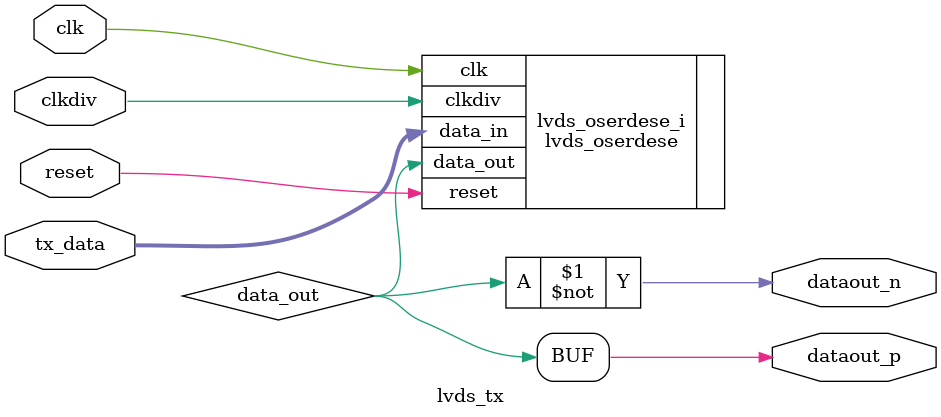
<source format=v>
module lvds_tx
#(
	parameter DATA_RATE = "DDR",
	parameter DATA_WIDTH = 10

)
(
	input clk,
	input clkdiv,
	input reset,
	input[DATA_WIDTH - 1:0]tx_data,
	output dataout_p,
	output dataout_n

);

	wire data_out;
	assign dataout_p = data_out;
	assign dataout_n = ~data_out;
	

	lvds_oserdese
	#(
		.DATA_RATE (DATA_RATE	),
		.DATA_WIDTH(DATA_WIDTH	)

	)
	lvds_oserdese_i
	(
		.clk		(clk		),
		.clkdiv		(clkdiv		),
		.reset		(reset		),
		.data_in	(tx_data	),
		.data_out	(data_out	)
	);


endmodule
</source>
